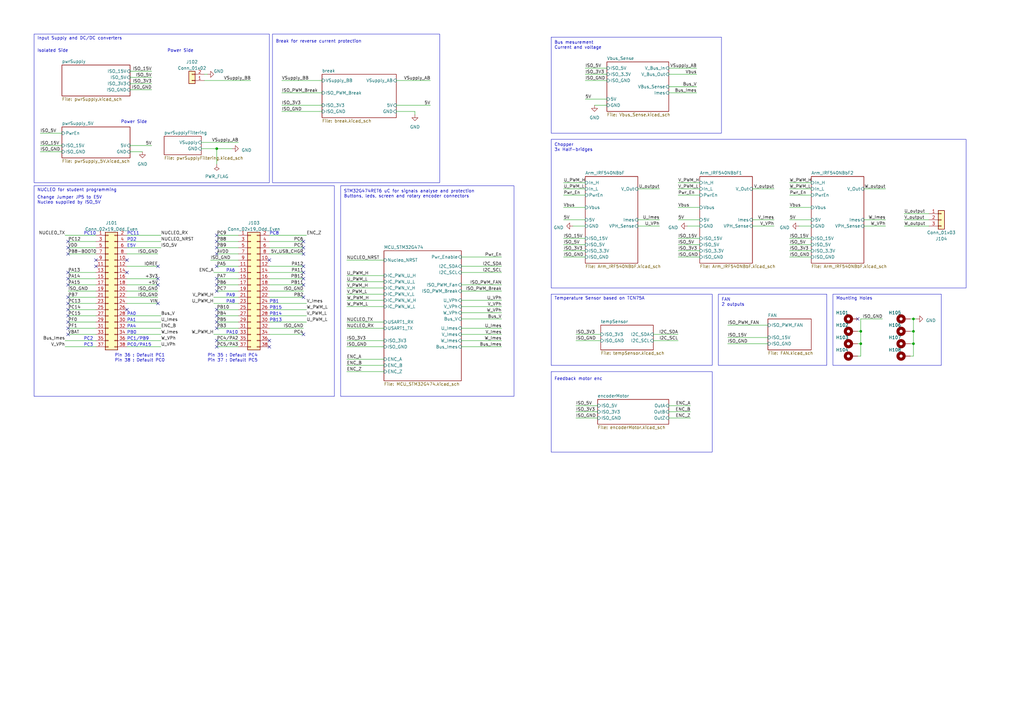
<source format=kicad_sch>
(kicad_sch (version 20230121) (generator eeschema)
  (paper "A3")
  (title_block (title "AAP Inverter") (date "2023-05-01") (company "ENSEA"))
  (lib_symbols
    (symbol "Connector_Generic:Conn_01x02" (pin_names (offset 1.016) hide)
      (property "Reference" "J" (at 0 2.54 0))
      (property "Value" "Conn_01x02" (at 0 -5.08 0))
      (symbol "Conn_01x02_1_1"
        (rectangle (start -1.27 -2.413) (end 0 -2.667) (stroke (width 0.1524)))
        (rectangle (start -1.27 0.127) (end 0 -0.127) (stroke (width 0.1524)))
        (rectangle (start -1.27 1.27) (end 1.27 -3.81) (stroke (width 0.254)) (fill (type background)))
        (pin passive line (at -5.08 0 0) (length 3.81) (name "Pin_1") (number "1"))
        (pin passive line (at -5.08 -2.54 0) (length 3.81) (name "Pin_2") (number "2"))
      )
    )
    (symbol "Connector_Generic:Conn_01x03" (pin_names (offset 1.016) hide)
      (property "Reference" "J" (at 0 5.08 0))
      (property "Value" "Conn_01x03" (at 0 -5.08 0))
      (symbol "Conn_01x03_1_1"
        (rectangle (start -1.27 -2.413) (end 0 -2.667) (stroke (width 0.1524)))
        (rectangle (start -1.27 0.127) (end 0 -0.127) (stroke (width 0.1524)))
        (rectangle (start -1.27 2.667) (end 0 2.413) (stroke (width 0.1524)))
        (rectangle (start -1.27 3.81) (end 1.27 -3.81) (stroke (width 0.254)) (fill (type background)))
        (pin passive line (at -5.08 2.54 0) (length 3.81) (name "Pin_1") (number "1"))
        (pin passive line (at -5.08 0 0) (length 3.81) (name "Pin_2") (number "2"))
        (pin passive line (at -5.08 -2.54 0) (length 3.81) (name "Pin_3") (number "3"))
      )
    )
    (symbol "Connector_Generic:Conn_02x19_Odd_Even" (pin_names (offset 1.016) hide)
      (property "Reference" "J" (at 1.27 25.4 0))
      (property "Value" "Conn_02x19_Odd_Even" (at 1.27 -25.4 0))
      (symbol "Conn_02x19_Odd_Even_1_1"
        (rectangle (start -1.27 -22.733) (end 0 -22.987) (stroke (width 0.1524)))
        (rectangle (start -1.27 -20.193) (end 0 -20.447) (stroke (width 0.1524)))
        (rectangle (start -1.27 -17.653) (end 0 -17.907) (stroke (width 0.1524)))
        (rectangle (start -1.27 -15.113) (end 0 -15.367) (stroke (width 0.1524)))
        (rectangle (start -1.27 -12.573) (end 0 -12.827) (stroke (width 0.1524)))
        (rectangle (start -1.27 -10.033) (end 0 -10.287) (stroke (width 0.1524)))
        (rectangle (start -1.27 -7.493) (end 0 -7.747) (stroke (width 0.1524)))
        (rectangle (start -1.27 -4.953) (end 0 -5.207) (stroke (width 0.1524)))
        (rectangle (start -1.27 -2.413) (end 0 -2.667) (stroke (width 0.1524)))
        (rectangle (start -1.27 0.127) (end 0 -0.127) (stroke (width 0.1524)))
        (rectangle (start -1.27 2.667) (end 0 2.413) (stroke (width 0.1524)))
        (rectangle (start -1.27 5.207) (end 0 4.953) (stroke (width 0.1524)))
        (rectangle (start -1.27 7.747) (end 0 7.493) (stroke (width 0.1524)))
        (rectangle (start -1.27 10.287) (end 0 10.033) (stroke (width 0.1524)))
        (rectangle (start -1.27 12.827) (end 0 12.573) (stroke (width 0.1524)))
        (rectangle (start -1.27 15.367) (end 0 15.113) (stroke (width 0.1524)))
        (rectangle (start -1.27 17.907) (end 0 17.653) (stroke (width 0.1524)))
        (rectangle (start -1.27 20.447) (end 0 20.193) (stroke (width 0.1524)))
        (rectangle (start -1.27 22.987) (end 0 22.733) (stroke (width 0.1524)))
        (rectangle (start -1.27 24.13) (end 3.81 -24.13) (stroke (width 0.254)) (fill (type background)))
        (rectangle (start 3.81 -22.733) (end 2.54 -22.987) (stroke (width 0.1524)))
        (rectangle (start 3.81 -20.193) (end 2.54 -20.447) (stroke (width 0.1524)))
        (rectangle (start 3.81 -17.653) (end 2.54 -17.907) (stroke (width 0.1524)))
        (rectangle (start 3.81 -15.113) (end 2.54 -15.367) (stroke (width 0.1524)))
        (rectangle (start 3.81 -12.573) (end 2.54 -12.827) (stroke (width 0.1524)))
        (rectangle (start 3.81 -10.033) (end 2.54 -10.287) (stroke (width 0.1524)))
        (rectangle (start 3.81 -7.493) (end 2.54 -7.747) (stroke (width 0.1524)))
        (rectangle (start 3.81 -4.953) (end 2.54 -5.207) (stroke (width 0.1524)))
        (rectangle (start 3.81 -2.413) (end 2.54 -2.667) (stroke (width 0.1524)))
        (rectangle (start 3.81 0.127) (end 2.54 -0.127) (stroke (width 0.1524)))
        (rectangle (start 3.81 2.667) (end 2.54 2.413) (stroke (width 0.1524)))
        (rectangle (start 3.81 5.207) (end 2.54 4.953) (stroke (width 0.1524)))
        (rectangle (start 3.81 7.747) (end 2.54 7.493) (stroke (width 0.1524)))
        (rectangle (start 3.81 10.287) (end 2.54 10.033) (stroke (width 0.1524)))
        (rectangle (start 3.81 12.827) (end 2.54 12.573) (stroke (width 0.1524)))
        (rectangle (start 3.81 15.367) (end 2.54 15.113) (stroke (width 0.1524)))
        (rectangle (start 3.81 17.907) (end 2.54 17.653) (stroke (width 0.1524)))
        (rectangle (start 3.81 20.447) (end 2.54 20.193) (stroke (width 0.1524)))
        (rectangle (start 3.81 22.987) (end 2.54 22.733) (stroke (width 0.1524)))
        (pin passive line (at -5.08 22.86 0) (length 3.81) (name "Pin_1") (number "1"))
        (pin passive line (at 7.62 12.7 180) (length 3.81) (name "Pin_10") (number "10"))
        (pin passive line (at -5.08 10.16 0) (length 3.81) (name "Pin_11") (number "11"))
        (pin passive line (at 7.62 10.16 180) (length 3.81) (name "Pin_12") (number "12"))
        (pin passive line (at -5.08 7.62 0) (length 3.81) (name "Pin_13") (number "13"))
        (pin passive line (at 7.62 7.62 180) (length 3.81) (name "Pin_14") (number "14"))
        (pin passive line (at -5.08 5.08 0) (length 3.81) (name "Pin_15") (number "15"))
        (pin passive line (at 7.62 5.08 180) (length 3.81) (name "Pin_16") (number "16"))
        (pin passive line (at -5.08 2.54 0) (length 3.81) (name "Pin_17") (number "17"))
        (pin passive line (at 7.62 2.54 180) (length 3.81) (name "Pin_18") (number "18"))
        (pin passive line (at -5.08 0 0) (length 3.81) (name "Pin_19") (number "19"))
        (pin passive line (at 7.62 22.86 180) (length 3.81) (name "Pin_2") (number "2"))
        (pin passive line (at 7.62 0 180) (length 3.81) (name "Pin_20") (number "20"))
        (pin passive line (at -5.08 -2.54 0) (length 3.81) (name "Pin_21") (number "21"))
        (pin passive line (at 7.62 -2.54 180) (length 3.81) (name "Pin_22") (number "22"))
        (pin passive line (at -5.08 -5.08 0) (length 3.81) (name "Pin_23") (number "23"))
        (pin passive line (at 7.62 -5.08 180) (length 3.81) (name "Pin_24") (number "24"))
        (pin passive line (at -5.08 -7.62 0) (length 3.81) (name "Pin_25") (number "25"))
        (pin passive line (at 7.62 -7.62 180) (length 3.81) (name "Pin_26") (number "26"))
        (pin passive line (at -5.08 -10.16 0) (length 3.81) (name "Pin_27") (number "27"))
        (pin passive line (at 7.62 -10.16 180) (length 3.81) (name "Pin_28") (number "28"))
        (pin passive line (at -5.08 -12.7 0) (length 3.81) (name "Pin_29") (number "29"))
        (pin passive line (at -5.08 20.32 0) (length 3.81) (name "Pin_3") (number "3"))
        (pin passive line (at 7.62 -12.7 180) (length 3.81) (name "Pin_30") (number "30"))
        (pin passive line (at -5.08 -15.24 0) (length 3.81) (name "Pin_31") (number "31"))
        (pin passive line (at 7.62 -15.24 180) (length 3.81) (name "Pin_32") (number "32"))
        (pin passive line (at -5.08 -17.78 0) (length 3.81) (name "Pin_33") (number "33"))
        (pin passive line (at 7.62 -17.78 180) (length 3.81) (name "Pin_34") (number "34"))
        (pin passive line (at -5.08 -20.32 0) (length 3.81) (name "Pin_35") (number "35"))
        (pin passive line (at 7.62 -20.32 180) (length 3.81) (name "Pin_36") (number "36"))
        (pin passive line (at -5.08 -22.86 0) (length 3.81) (name "Pin_37") (number "37"))
        (pin passive line (at 7.62 -22.86 180) (length 3.81) (name "Pin_38") (number "38"))
        (pin passive line (at 7.62 20.32 180) (length 3.81) (name "Pin_4") (number "4"))
        (pin passive line (at -5.08 17.78 0) (length 3.81) (name "Pin_5") (number "5"))
        (pin passive line (at 7.62 17.78 180) (length 3.81) (name "Pin_6") (number "6"))
        (pin passive line (at -5.08 15.24 0) (length 3.81) (name "Pin_7") (number "7"))
        (pin passive line (at 7.62 15.24 180) (length 3.81) (name "Pin_8") (number "8"))
        (pin passive line (at -5.08 12.7 0) (length 3.81) (name "Pin_9") (number "9"))
      )
    )
    (symbol "Mechanical:MountingHole_Pad" (pin_numbers hide) (pin_names (offset 1.016) hide)
      (property "Reference" "H" (at 0 6.35 0))
      (property "Value" "MountingHole_Pad" (at 0 4.445 0))
      (symbol "MountingHole_Pad_0_1"
        (circle (center 0 1.27) (radius 1.27) (stroke (width 1.27)))
      )
      (symbol "MountingHole_Pad_1_1"
        (pin input line (at 0 -2.54 90) (length 2.54) (name "1") (number "1"))
      )
    )
    (symbol "power:GND" (power) (pin_names (offset 0))
      (property "Value" "GND" (at 0 -3.81 0))
      (symbol "GND_0_1"
        (polyline (pts (xy 0 0) (xy 0 -1.27) (xy 1.27 -1.27) (xy 0 -2.54) (xy -1.27 -1.27) (xy 0 -1.27)))
      )
      (symbol "GND_1_1"
        (pin power_in line (at 0 0 270) (length 0) hide (name "GND") (number "1"))
      )
    )
    (symbol "power:PWR_FLAG" (power) (pin_numbers hide) (pin_names (offset 0) hide)
      (property "Value" "PWR_FLAG" (at 0 3.81 0))
      (symbol "PWR_FLAG_0_0"
        (pin power_out line (at 0 0 90) (length 0) (name "pwr") (number "1"))
      )
      (symbol "PWR_FLAG_0_1"
        (polyline (pts (xy 0 0) (xy 0 1.27) (xy -1.016 1.905) (xy 0 2.54) (xy 1.016 1.905) (xy 0 1.27)))
      )
    )
  )
  (junction (at 374.65 135.89))
  (junction (at 353.06 140.97))
  (junction (at 353.06 135.89))
  (junction (at 374.65 130.81))
  (junction (at 88.9 60.96))
  (junction (at 374.65 140.97))
  (no_connect (at 27.94 104.14))
  (no_connect (at 52.07 127))
  (no_connect (at 124.46 99.06))
  (no_connect (at 124.46 114.3))
  (no_connect (at 88.9 134.62))
  (no_connect (at 351.79 130.81))
  (no_connect (at 88.9 96.52))
  (no_connect (at 88.9 132.08))
  (no_connect (at 110.49 142.24))
  (no_connect (at 88.9 129.54))
  (no_connect (at 124.46 109.22))
  (no_connect (at 64.77 124.46))
  (no_connect (at 39.37 106.68))
  (no_connect (at 64.77 109.22))
  (no_connect (at 124.46 101.6))
  (no_connect (at 124.46 121.92))
  (no_connect (at 88.9 104.14))
  (no_connect (at 52.07 111.76))
  (no_connect (at 39.37 109.22))
  (no_connect (at 27.94 124.46))
  (no_connect (at 124.46 116.84))
  (no_connect (at 64.77 114.3))
  (no_connect (at 124.46 111.76))
  (no_connect (at 88.9 139.7))
  (no_connect (at 88.9 114.3))
  (no_connect (at 27.94 132.08))
  (no_connect (at 27.94 99.06))
  (no_connect (at 27.94 101.6))
  (no_connect (at 110.49 106.68))
  (no_connect (at 88.9 99.06))
  (no_connect (at 88.9 101.6))
  (no_connect (at 27.94 134.62))
  (no_connect (at 27.94 137.16))
  (no_connect (at 27.94 127))
  (no_connect (at 27.94 129.54))
  (no_connect (at 88.9 116.84))
  (no_connect (at 88.9 127))
  (no_connect (at 124.46 104.14))
  (no_connect (at 88.9 109.22))
  (no_connect (at 52.07 106.68))
  (no_connect (at 110.49 139.7))
  (no_connect (at 27.94 116.84))
  (no_connect (at 64.77 116.84))
  (no_connect (at 27.94 114.3))
  (no_connect (at 88.9 142.24))
  (no_connect (at 124.46 137.16))
  (no_connect (at 27.94 121.92))
  (no_connect (at 88.9 119.38))
  (no_connect (at 27.94 111.76))
  (wire (pts (xy 110.49 104.14) (xy 124.46 104.14)))
  (wire (pts (xy 236.22 139.7) (xy 246.38 139.7)))
  (wire (pts (xy 88.9 134.62) (xy 97.79 134.62)))
  (wire (pts (xy 110.49 119.38) (xy 124.46 119.38)))
  (wire (pts (xy 110.49 124.46) (xy 125.73 124.46)))
  (wire (pts (xy 267.97 137.16) (xy 278.13 137.16)))
  (wire (pts (xy 278.13 105.41) (xy 287.02 105.41)))
  (wire (pts (xy 110.49 121.92) (xy 124.46 121.92)))
  (wire (pts (xy 52.07 121.92) (xy 64.77 121.92)))
  (wire (pts (xy 298.45 138.43) (xy 314.96 138.43)))
  (wire (pts (xy 83.82 33.02) (xy 102.87 33.02)))
  (wire (pts (xy 189.23 119.38) (xy 205.74 119.38)))
  (wire (pts (xy 189.23 105.41) (xy 205.74 105.41)))
  (wire (pts (xy 87.63 124.46) (xy 97.79 124.46)))
  (wire (pts (xy 278.13 100.33) (xy 287.02 100.33)))
  (wire (pts (xy 39.37 129.54) (xy 27.94 129.54)))
  (wire (pts (xy 39.37 127) (xy 27.94 127)))
  (wire (pts (xy 189.23 116.84) (xy 205.74 116.84)))
  (wire (pts (xy 298.45 140.97) (xy 314.96 140.97)))
  (wire (pts (xy 110.49 101.6) (xy 124.46 101.6)))
  (wire (pts (xy 231.14 105.41) (xy 240.03 105.41)))
  (wire (pts (xy 278.13 74.93) (xy 287.02 74.93)))
  (wire (pts (xy 110.49 132.08) (xy 125.73 132.08)))
  (wire (pts (xy 351.79 140.97) (xy 353.06 140.97)))
  (wire (pts (xy 52.07 137.16) (xy 66.04 137.16)))
  (wire (pts (xy 142.24 132.08) (xy 157.48 132.08)))
  (wire (pts (xy 236.22 137.16) (xy 246.38 137.16)))
  (wire (pts (xy 323.85 102.87) (xy 332.74 102.87)))
  (wire (pts (xy 142.24 152.4) (xy 157.48 152.4)))
  (wire (pts (xy 351.79 135.89) (xy 353.06 135.89)))
  (wire (pts (xy 52.07 116.84) (xy 64.77 116.84)))
  (wire (pts (xy 248.92 33.02) (xy 240.03 33.02)))
  (wire (pts (xy 374.65 130.81) (xy 374.65 135.89)))
  (wire (pts (xy 231.14 100.33) (xy 240.03 100.33)))
  (wire (pts (xy 88.9 119.38) (xy 97.79 119.38)))
  (wire (pts (xy 248.92 27.94) (xy 240.03 27.94)))
  (wire (pts (xy 88.9 104.14) (xy 97.79 104.14)))
  (wire (pts (xy 82.55 58.42) (xy 97.79 58.42)))
  (wire (pts (xy 248.92 43.18) (xy 243.84 43.18)))
  (wire (pts (xy 39.37 99.06) (xy 27.94 99.06)))
  (wire (pts (xy 236.22 166.37) (xy 245.11 166.37)))
  (wire (pts (xy 236.22 168.91) (xy 245.11 168.91)))
  (wire (pts (xy 88.9 116.84) (xy 97.79 116.84)))
  (wire (pts (xy 374.65 130.81) (xy 375.92 130.81)))
  (wire (pts (xy 278.13 90.17) (xy 287.02 90.17)))
  (wire (pts (xy 370.84 90.17) (xy 381 90.17)))
  (wire (pts (xy 176.53 33.02) (xy 162.56 33.02)))
  (wire (pts (xy 240.03 30.48) (xy 248.92 30.48)))
  (wire (pts (xy 231.14 85.09) (xy 240.03 85.09)))
  (wire (pts (xy 142.24 113.03) (xy 157.48 113.03)))
  (wire (pts (xy 308.61 77.47) (xy 317.5 77.47)))
  (wire (pts (xy 278.13 102.87) (xy 287.02 102.87)))
  (wire (pts (xy 274.32 171.45) (xy 283.21 171.45)))
  (wire (pts (xy 323.85 100.33) (xy 332.74 100.33)))
  (wire (pts (xy 52.07 114.3) (xy 64.77 114.3)))
  (wire (pts (xy 248.92 40.64) (xy 240.03 40.64)))
  (wire (pts (xy 142.24 147.32) (xy 157.48 147.32)))
  (wire (pts (xy 26.67 139.7) (xy 39.37 139.7)))
  (wire (pts (xy 189.23 130.81) (xy 205.74 130.81)))
  (wire (pts (xy 110.49 116.84) (xy 124.46 116.84)))
  (wire (pts (xy 261.62 77.47) (xy 270.51 77.47)))
  (wire (pts (xy 373.38 130.81) (xy 374.65 130.81)))
  (wire (pts (xy 52.07 99.06) (xy 66.04 99.06)))
  (wire (pts (xy 115.57 43.18) (xy 132.08 43.18)))
  (wire (pts (xy 274.32 166.37) (xy 283.21 166.37)))
  (wire (pts (xy 110.49 109.22) (xy 124.46 109.22)))
  (wire (pts (xy 274.32 30.48) (xy 285.75 30.48)))
  (wire (pts (xy 308.61 90.17) (xy 317.5 90.17)))
  (wire (pts (xy 88.9 132.08) (xy 97.79 132.08)))
  (wire (pts (xy 27.94 114.3) (xy 39.37 114.3)))
  (wire (pts (xy 323.85 85.09) (xy 332.74 85.09)))
  (wire (pts (xy 142.24 125.73) (xy 157.48 125.73)))
  (wire (pts (xy 86.36 106.68) (xy 97.79 106.68)))
  (wire (pts (xy 16.51 62.23) (xy 25.4 62.23)))
  (wire (pts (xy 88.9 129.54) (xy 97.79 129.54)))
  (wire (pts (xy 110.49 134.62) (xy 124.46 134.62)))
  (wire (pts (xy 323.85 74.93) (xy 332.74 74.93)))
  (wire (pts (xy 52.07 104.14) (xy 64.77 104.14)))
  (wire (pts (xy 323.85 77.47) (xy 332.74 77.47)))
  (wire (pts (xy 110.49 114.3) (xy 124.46 114.3)))
  (wire (pts (xy 274.32 38.1) (xy 285.75 38.1)))
  (wire (pts (xy 142.24 123.19) (xy 157.48 123.19)))
  (wire (pts (xy 236.22 171.45) (xy 245.11 171.45)))
  (wire (pts (xy 274.32 27.94) (xy 285.75 27.94)))
  (wire (pts (xy 323.85 80.01) (xy 332.74 80.01)))
  (wire (pts (xy 231.14 74.93) (xy 240.03 74.93)))
  (wire (pts (xy 354.33 77.47) (xy 363.22 77.47)))
  (wire (pts (xy 189.23 137.16) (xy 205.74 137.16)))
  (wire (pts (xy 231.14 90.17) (xy 240.03 90.17)))
  (wire (pts (xy 373.38 135.89) (xy 374.65 135.89)))
  (wire (pts (xy 234.95 92.71) (xy 240.03 92.71)))
  (wire (pts (xy 52.07 134.62) (xy 66.04 134.62)))
  (wire (pts (xy 353.06 130.81) (xy 361.95 130.81)))
  (wire (pts (xy 39.37 116.84) (xy 27.94 116.84)))
  (wire (pts (xy 323.85 97.79) (xy 332.74 97.79)))
  (wire (pts (xy 231.14 77.47) (xy 240.03 77.47)))
  (wire (pts (xy 170.18 45.72) (xy 170.18 46.99)))
  (wire (pts (xy 39.37 101.6) (xy 27.94 101.6)))
  (wire (pts (xy 88.9 60.96) (xy 95.25 60.96)))
  (wire (pts (xy 370.84 92.71) (xy 381 92.71)))
  (wire (pts (xy 87.63 111.76) (xy 97.79 111.76)))
  (wire (pts (xy 189.23 109.22) (xy 205.74 109.22)))
  (wire (pts (xy 261.62 90.17) (xy 270.51 90.17)))
  (wire (pts (xy 274.32 168.91) (xy 283.21 168.91)))
  (wire (pts (xy 308.61 92.71) (xy 317.5 92.71)))
  (wire (pts (xy 88.9 127) (xy 97.79 127)))
  (wire (pts (xy 278.13 85.09) (xy 287.02 85.09)))
  (wire (pts (xy 162.56 45.72) (xy 170.18 45.72)))
  (wire (pts (xy 88.9 142.24) (xy 97.79 142.24)))
  (wire (pts (xy 110.49 99.06) (xy 124.46 99.06)))
  (wire (pts (xy 323.85 105.41) (xy 332.74 105.41)))
  (wire (pts (xy 278.13 80.01) (xy 287.02 80.01)))
  (wire (pts (xy 323.85 90.17) (xy 332.74 90.17)))
  (wire (pts (xy 189.23 134.62) (xy 205.74 134.62)))
  (wire (pts (xy 162.56 43.18) (xy 176.53 43.18)))
  (wire (pts (xy 52.07 132.08) (xy 66.04 132.08)))
  (wire (pts (xy 87.63 137.16) (xy 97.79 137.16)))
  (wire (pts (xy 261.62 92.71) (xy 270.51 92.71)))
  (wire (pts (xy 189.23 123.19) (xy 205.74 123.19)))
  (wire (pts (xy 189.23 125.73) (xy 205.74 125.73)))
  (wire (pts (xy 52.07 142.24) (xy 66.04 142.24)))
  (wire (pts (xy 267.97 139.7) (xy 278.13 139.7)))
  (wire (pts (xy 39.37 119.38) (xy 27.94 119.38)))
  (wire (pts (xy 88.9 96.52) (xy 97.79 96.52)))
  (wire (pts (xy 110.49 127) (xy 125.73 127)))
  (wire (pts (xy 373.38 146.05) (xy 374.65 146.05)))
  (wire (pts (xy 142.24 134.62) (xy 157.48 134.62)))
  (wire (pts (xy 353.06 130.81) (xy 353.06 135.89)))
  (wire (pts (xy 26.67 142.24) (xy 39.37 142.24)))
  (wire (pts (xy 53.34 62.23) (xy 58.42 62.23)))
  (wire (pts (xy 374.65 140.97) (xy 374.65 146.05)))
  (wire (pts (xy 189.23 142.24) (xy 205.74 142.24)))
  (wire (pts (xy 278.13 77.47) (xy 287.02 77.47)))
  (wire (pts (xy 354.33 90.17) (xy 363.22 90.17)))
  (wire (pts (xy 39.37 132.08) (xy 27.94 132.08)))
  (wire (pts (xy 142.24 106.68) (xy 157.48 106.68)))
  (wire (pts (xy 88.9 67.31) (xy 88.9 60.96)))
  (wire (pts (xy 189.23 128.27) (xy 205.74 128.27)))
  (wire (pts (xy 281.94 92.71) (xy 287.02 92.71)))
  (wire (pts (xy 16.51 59.69) (xy 25.4 59.69)))
  (wire (pts (xy 52.07 129.54) (xy 66.04 129.54)))
  (wire (pts (xy 110.49 129.54) (xy 125.73 129.54)))
  (wire (pts (xy 142.24 149.86) (xy 157.48 149.86)))
  (wire (pts (xy 52.07 101.6) (xy 66.04 101.6)))
  (wire (pts (xy 373.38 140.97) (xy 374.65 140.97)))
  (wire (pts (xy 39.37 111.76) (xy 27.94 111.76)))
  (wire (pts (xy 274.32 35.56) (xy 285.75 35.56)))
  (wire (pts (xy 39.37 121.92) (xy 27.94 121.92)))
  (wire (pts (xy 115.57 38.1) (xy 132.08 38.1)))
  (wire (pts (xy 189.23 111.76) (xy 205.74 111.76)))
  (wire (pts (xy 231.14 80.01) (xy 240.03 80.01)))
  (wire (pts (xy 88.9 101.6) (xy 97.79 101.6)))
  (wire (pts (xy 52.07 119.38) (xy 64.77 119.38)))
  (wire (pts (xy 142.24 115.57) (xy 157.48 115.57)))
  (wire (pts (xy 52.07 109.22) (xy 64.77 109.22)))
  (wire (pts (xy 115.57 33.02) (xy 132.08 33.02)))
  (wire (pts (xy 110.49 96.52) (xy 125.73 96.52)))
  (wire (pts (xy 298.45 133.35) (xy 314.96 133.35)))
  (wire (pts (xy 231.14 102.87) (xy 240.03 102.87)))
  (wire (pts (xy 142.24 139.7) (xy 157.48 139.7)))
  (wire (pts (xy 88.9 109.22) (xy 97.79 109.22)))
  (wire (pts (xy 39.37 124.46) (xy 27.94 124.46)))
  (wire (pts (xy 53.34 34.29) (xy 62.23 34.29)))
  (wire (pts (xy 27.94 104.14) (xy 39.37 104.14)))
  (wire (pts (xy 39.37 137.16) (xy 27.94 137.16)))
  (wire (pts (xy 53.34 36.83) (xy 62.23 36.83)))
  (wire (pts (xy 16.51 54.61) (xy 25.4 54.61)))
  (wire (pts (xy 370.84 87.63) (xy 381 87.63)))
  (wire (pts (xy 142.24 142.24) (xy 157.48 142.24)))
  (wire (pts (xy 26.67 96.52) (xy 39.37 96.52)))
  (wire (pts (xy 231.14 97.79) (xy 240.03 97.79)))
  (wire (pts (xy 53.34 59.69) (xy 62.23 59.69)))
  (wire (pts (xy 142.24 118.11) (xy 157.48 118.11)))
  (wire (pts (xy 52.07 124.46) (xy 64.77 124.46)))
  (wire (pts (xy 88.9 114.3) (xy 97.79 114.3)))
  (wire (pts (xy 87.63 121.92) (xy 97.79 121.92)))
  (wire (pts (xy 115.57 45.72) (xy 132.08 45.72)))
  (wire (pts (xy 110.49 137.16) (xy 124.46 137.16)))
  (wire (pts (xy 278.13 97.79) (xy 287.02 97.79)))
  (wire (pts (xy 52.07 139.7) (xy 66.04 139.7)))
  (wire (pts (xy 353.06 140.97) (xy 353.06 146.05)))
  (wire (pts (xy 110.49 111.76) (xy 124.46 111.76)))
  (wire (pts (xy 88.9 139.7) (xy 97.79 139.7)))
  (wire (pts (xy 374.65 135.89) (xy 374.65 140.97)))
  (wire (pts (xy 39.37 134.62) (xy 27.94 134.62)))
  (wire (pts (xy 53.34 29.21) (xy 62.23 29.21)))
  (wire (pts (xy 351.79 146.05) (xy 353.06 146.05)))
  (wire (pts (xy 353.06 135.89) (xy 353.06 140.97)))
  (wire (pts (xy 88.9 99.06) (xy 97.79 99.06)))
  (wire (pts (xy 189.23 139.7) (xy 205.74 139.7)))
  (wire (pts (xy 327.66 92.71) (xy 332.74 92.71)))
  (wire (pts (xy 53.34 31.75) (xy 62.23 31.75)))
  (wire (pts (xy 354.33 92.71) (xy 363.22 92.71)))
  (wire (pts (xy 142.24 120.65) (xy 157.48 120.65)))
  (wire (pts (xy 83.82 30.48) (xy 85.09 30.48)))
  (wire (pts (xy 52.07 96.52) (xy 66.04 96.52)))
  (wire (pts (xy 82.55 60.96) (xy 88.9 60.96)))
  (rectangle (start 226.06 57.15) (end 396.24 118.11))
  (rectangle (start 13.97 13.97) (end 110.49 74.93))
  (rectangle (start 226.06 15.24) (end 295.91 54.61))
  (rectangle (start 139.7 76.2) (end 210.82 162.56))
  (rectangle (start 341.63 120.65) (end 386.08 149.86))
  (rectangle (start 294.64 120.65) (end 339.09 149.86))
  (rectangle (start 13.97 76.2) (end 137.16 162.56))
  (rectangle (start 226.06 152.4) (end 292.1 185.42))
  (rectangle (start 226.06 120.65) (end 292.1 149.86))
  (rectangle (start 111.76 13.97) (end 180.34 74.93))
  (text "PB14" (at 110.49 129.54 0) (effects (font (size 1.27 1.27)) (justify left bottom)))
  (text "PC10" (at 34.29 96.52 0) (effects (font (size 1.27 1.27)) (justify left bottom)))
  (text "Input Supply and DC/DC converters" (at 15.24 16.51 0) (effects (font (size 1.27 1.27)) (justify left bottom)))
  (text "Temperature Sensor based on TCN75A" (at 227.33 123.19 0) (effects (font (size 1.27 1.27)) (justify left bottom)))
  (text "PC3" (at 34.29 142.24 0) (effects (font (size 1.27 1.27)) (justify left bottom)))
  (text "PA8" (at 92.71 124.46 0) (effects (font (size 1.27 1.27)) (justify left bottom)))
  (text "Mounting Holes" (at 342.9 123.19 0) (effects (font (size 1.27 1.27)) (justify left bottom)))
  (text "PA4" (at 52.07 134.62 0) (effects (font (size 1.27 1.27)) (justify left bottom)))
  (text "NUCLEO for student programming" (at 15.24 78.74 0) (effects (font (size 1.27 1.27)) (justify left bottom)))
  (text "Pin 35 : Default PC4\nPin 37 : Default PC5" (at 85.09 148.59 0) (effects (font (size 1.27 1.27)) (justify left bottom)))
  (text "PA10" (at 92.71 137.16 0) (effects (font (size 1.27 1.27)) (justify left bottom)))
  (text "STM32G474RET6 uC for signals analyse and protection\nButtons, leds, screen and rotary encoder connectors" (at 140.97 81.28 0) (effects (font (size 1.27 1.27)) (justify left bottom)))
  (text "Break for reverse current protection" (at 113.03 17.78 0) (effects (font (size 1.27 1.27)) (justify left bottom)))
  (text "PB13\n" (at 110.49 132.08 0) (effects (font (size 1.27 1.27)) (justify left bottom)))
  (text "Chopper \n3x Half-bridges" (at 227.33 62.23 0) (effects (font (size 1.27 1.27)) (justify left bottom)))
  (text "PA0" (at 52.07 129.54 0) (effects (font (size 1.27 1.27)) (justify left bottom)))
  (text "PC0/PA15" (at 52.07 142.24 0) (effects (font (size 1.27 1.27)) (justify left bottom)))
  (text "PD2" (at 52.07 99.06 0) (effects (font (size 1.27 1.27)) (justify left bottom)))
  (text "E5V" (at 52.07 101.6 0) (effects (font (size 1.27 1.27)) (justify left bottom)))
  (text "PB0" (at 52.07 137.16 0) (effects (font (size 1.27 1.27)) (justify left bottom)))
  (text "PA9" (at 92.71 121.92 0) (effects (font (size 1.27 1.27)) (justify left bottom)))
  (text "Power Side\n" (at 49.53 50.8 0) (effects (font (size 1.27 1.27)) (justify left bottom)))
  (text "Feedback motor enc" (at 227.33 156.21 0) (effects (font (size 1.27 1.27)) (justify left bottom)))
  (text "Isolated Side\n" (at 15.24 21.59 0) (effects (font (size 1.27 1.27)) (justify left bottom)))
  (text "PA6" (at 92.71 111.76 0) (effects (font (size 1.27 1.27)) (justify left bottom)))
  (text "Power Side\n" (at 68.58 21.59 0) (effects (font (size 1.27 1.27)) (justify left bottom)))
  (text "PC11" (at 52.07 96.52 0) (effects (font (size 1.27 1.27)) (justify left bottom)))
  (text "FAN \n2 outputs" (at 295.91 125.73 0) (effects (font (size 1.27 1.27)) (justify left bottom)))
  (text "PA1" (at 52.07 132.08 0) (effects (font (size 1.27 1.27)) (justify left bottom)))
  (text "Pin 36 : Default PC1\nPin 38 : Default PC0" (at 46.99 148.59 0) (effects (font (size 1.27 1.27)) (justify left bottom)))
  (text "PC1/PB9" (at 52.07 139.7 0) (effects (font (size 1.27 1.27)) (justify left bottom)))
  (text "PC8" (at 110.49 96.52 0) (effects (font (size 1.27 1.27)) (justify left bottom)))
  (text "PB1" (at 110.49 124.46 0) (effects (font (size 1.27 1.27)) (justify left bottom)))
  (text "PC2" (at 34.29 139.7 0) (effects (font (size 1.27 1.27)) (justify left bottom)))
  (text "Bus mesurement\nCurrent and voltage" (at 227.33 20.32 0) (effects (font (size 1.27 1.27)) (justify left bottom)))
  (text "PB15" (at 110.49 127 0) (effects (font (size 1.27 1.27)) (justify left bottom)))
  (text "Change Jumper JP5 to E5V\nNucleo supplied by ISO_5V" (at 15.24 83.82 0) (effects (font (size 1.27 1.27)) (justify left bottom)))
  (label "VDD" (at 27.94 101.6 0))
  (label "U_PWM_H" (at 231.14 74.93 0))
  (label "IOREF" (at 64.77 109.22 180))
  (label "PB11" (at 124.46 116.84 180))
  (label "ISO_GND" (at 236.22 139.7 0))
  (label "PC12" (at 27.94 99.06 0))
  (label "Pwr_En" (at 278.13 80.01 0))
  (label "V_PWM_L" (at 278.13 77.47 0))
  (label "PC4{slash}PA2" (at 88.9 139.7 0))
  (label "W_PWM_L" (at 125.73 127 0))
  (label "V_PWM_L" (at 142.24 120.65 0))
  (label "Vbus" (at 231.14 85.09 0))
  (label "W_PWM_H" (at 323.85 74.93 0))
  (label "ISO_3V3" (at 142.24 139.7 0))
  (label "ENC_A" (at 283.21 166.37 180))
  (label "VSupply_AB" (at 285.75 27.94 180))
  (label "PB9" (at 88.9 101.6 0))
  (label "PB12" (at 124.46 114.3 180))
  (label "ISO_GND" (at 298.45 140.97 0))
  (label "+5V" (at 64.77 116.84 180))
  (label "ISO_5V" (at 240.03 27.94 0))
  (label "V_PWM_H" (at 87.63 121.92 180))
  (label "Bus_V" (at 285.75 35.56 180))
  (label "ISO_3V3" (at 278.13 102.87 0))
  (label "W_VPh" (at 363.22 92.71 180))
  (label "ISO_GND" (at 236.22 171.45 0))
  (label "ISO_GND" (at 64.77 104.14 180))
  (label "Bus_V" (at 205.74 130.81 180))
  (label "PA12" (at 124.46 109.22 180))
  (label "ENC_B" (at 283.21 168.91 180))
  (label "W_PWM_H" (at 142.24 123.19 0))
  (label "W_Imes" (at 205.74 139.7 180))
  (label "W_output" (at 370.84 92.71 0))
  (label "ISO_15V" (at 62.23 29.21 180))
  (label "ISO_GND" (at 64.77 121.92 180))
  (label "PA15" (at 27.94 116.84 0))
  (label "PB3" (at 88.9 134.62 0))
  (label "W_Imes" (at 363.22 90.17 180))
  (label "U_VPh" (at 205.74 123.19 180))
  (label "ENC_Z" (at 125.73 96.52 0))
  (label "Vbus" (at 323.85 85.09 0))
  (label "VIN" (at 64.77 124.46 180))
  (label "5V_USB_CHGR" (at 124.46 104.14 180))
  (label "VSupply_AB" (at 97.79 58.42 180))
  (label "ISO_5V" (at 62.23 31.75 180))
  (label "U_output" (at 270.51 77.47 180))
  (label "NUCLEO_NRST" (at 142.24 106.68 0))
  (label "ISO_3V3" (at 240.03 30.48 0))
  (label "PC15" (at 27.94 129.54 0))
  (label "ENC_B" (at 142.24 149.86 0))
  (label "Pwr_En" (at 323.85 80.01 0))
  (label "ISO_GND" (at 240.03 33.02 0))
  (label "W_VPh" (at 66.04 139.7 0))
  (label "ISO_3V3" (at 231.14 102.87 0))
  (label "ISO_5V" (at 16.51 54.61 0))
  (label "AVDD" (at 88.9 104.14 0))
  (label "U_output" (at 370.84 87.63 0))
  (label "U_Imes" (at 205.74 134.62 180))
  (label "W_Imes" (at 66.04 137.16 0))
  (label "NUCLEO_TX" (at 26.67 96.52 180))
  (label "ISO_PWM_Break" (at 205.74 119.38 180))
  (label "PC5{slash}PA3" (at 88.9 142.24 0))
  (label "PB6" (at 88.9 116.84 0))
  (label "W_output" (at 363.22 77.47 180))
  (label "NUCLEO_NRST" (at 66.04 99.06 0))
  (label "PB2" (at 124.46 121.92 180))
  (label "ENC_Z" (at 283.21 171.45 180))
  (label "PC14" (at 27.94 127 0))
  (label "U_PWM_L" (at 125.73 132.08 0))
  (label "I2C_SCL" (at 278.13 139.7 180))
  (label "+3V3" (at 64.77 114.3 180))
  (label "5V" (at 323.85 90.17 0))
  (label "V_Imes" (at 205.74 137.16 180))
  (label "VSupply_BB" (at 102.87 33.02 180))
  (label "ISO_5V" (at 323.85 100.33 0))
  (label "ISO_15V" (at 323.85 97.79 0))
  (label "U_Imes" (at 270.51 90.17 180))
  (label "ISO_PWM_FAN" (at 298.45 133.35 0))
  (label "NUCLEO_RX" (at 142.24 134.62 0))
  (label "ISO_15V" (at 231.14 97.79 0))
  (label "ISO_GND" (at 231.14 105.41 0))
  (label "V_Imes" (at 125.73 124.46 0))
  (label "I2C_SDA" (at 205.74 109.22 180))
  (label "PF1" (at 27.94 134.62 0))
  (label "5V" (at 231.14 90.17 0))
  (label "V_Imes" (at 317.5 90.17 180))
  (label "PF0" (at 27.94 132.08 0))
  (label "V_output" (at 370.84 90.17 0))
  (label "PB5" (at 88.9 132.08 0))
  (label "U_VPh" (at 270.51 92.71 180))
  (label "ISO_5V" (at 278.13 100.33 0))
  (label "PC13" (at 27.94 124.46 0))
  (label "ISO_GND" (at 142.24 142.24 0))
  (label "ISO_GND" (at 62.23 36.83 180))
  (label "V_PWM_H" (at 142.24 118.11 0))
  (label "Pwr_En" (at 205.74 105.41 180))
  (label "ISO_GND" (at 27.94 119.38 0))
  (label "PA14" (at 27.94 114.3 0))
  (label "ISO_PWM_Break" (at 115.57 38.1 0))
  (label "NUCLEO_RX" (at 66.04 96.52 0))
  (label "PA11" (at 124.46 111.76 180))
  (label "V_VPh" (at 26.67 142.24 180))
  (label "ISO_3V3" (at 115.57 43.18 0))
  (label "Vbus" (at 285.75 30.48 180))
  (label "PB8-BOOT0" (at 27.94 104.14 0))
  (label "I2C_SDA" (at 278.13 137.16 180))
  (label "PC5" (at 124.46 101.6 180))
  (label "ISO_GND" (at 115.57 45.72 0))
  (label "ISO_3V3" (at 236.22 137.16 0))
  (label "PB4" (at 88.9 129.54 0))
  (label "PC7" (at 88.9 119.38 0))
  (label "ISO_GND" (at 16.51 62.23 0))
  (label "W_VPh" (at 205.74 128.27 180))
  (label "5V" (at 62.23 59.69 180))
  (label "U_PWM_L" (at 231.14 77.47 0))
  (label "ISO_GND" (at 64.77 119.38 180))
  (label "ISO_PWM_FAN" (at 205.74 116.84 180))
  (label "PC6" (at 124.46 99.06 180))
  (label "ENC_A" (at 87.63 111.76 180))
  (label "ENC_Z" (at 142.24 152.4 0))
  (label "W_PWM_L" (at 142.24 125.73 0))
  (label "VSupply_BB" (at 115.57 33.02 0))
  (label "U_Imes" (at 66.04 132.08 0))
  (label "VBAT" (at 27.94 137.16 0))
  (label "Bus_Imes" (at 285.75 38.1 180))
  (label "ISO_5V" (at 231.14 100.33 0))
  (label "ISO_GND" (at 86.36 106.68 0))
  (label "ISO_GND" (at 323.85 105.41 0))
  (label "5V" (at 278.13 90.17 0))
  (label "W_PWM_L" (at 323.85 77.47 0))
  (label "PB8" (at 88.9 99.06 0))
  (label "PC9" (at 88.9 96.52 0))
  (label "ENC_B" (at 66.04 134.62 0))
  (label "U_VPh" (at 66.04 142.24 0))
  (label "5V" (at 240.03 40.64 0))
  (label "V_PWM_L" (at 125.73 129.54 0))
  (label "ISO_3V3" (at 323.85 102.87 0))
  (label "ENC_A" (at 142.24 147.32 0))
  (label "Bus_Imes" (at 205.74 142.24 180))
  (label "NUCLEO_TX" (at 142.24 132.08 0))
  (label "U_PWM_H" (at 87.63 124.46 180))
  (label "PC4" (at 124.46 137.16 180))
  (label "ISO_15V" (at 298.45 138.43 0))
  (label "Bus_Imes" (at 26.67 139.7 180))
  (label "ISO_5V" (at 236.22 166.37 0))
  (label "Pwr_En" (at 231.14 80.01 0))
  (label "ISO_3V3" (at 236.22 168.91 0))
  (label "5V" (at 176.53 43.18 180))
  (label "U_PWM_H" (at 142.24 113.03 0))
  (label "ISO_GND" (at 278.13 105.41 0))
  (label "Vbus" (at 278.13 85.09 0))
  (label "PA5" (at 88.9 109.22 0))
  (label "I2C_SCL" (at 205.74 111.76 180))
  (label "V_output" (at 317.5 77.47 180))
  (label "V_VPh" (at 317.5 92.71 180))
  (label "PB7" (at 27.94 121.92 0))
  (label "PB10" (at 88.9 127 0))
  (label "V_VPh" (at 205.74 125.73 180))
  (label "ISO_GND" (at 124.46 134.62 180))
  (label "Bus_V" (at 66.04 129.54 0))
  (label "ISO_GND" (at 124.46 119.38 180))
  (label "ISO_5V" (at 66.04 101.6 0))
  (label "U_PWM_L" (at 142.24 115.57 0))
  (label "ISO_15V" (at 278.13 97.79 0))
  (label "W_PWM_H" (at 87.63 137.16 180))
  (label "PA7" (at 88.9 114.3 0))
  (label "V_PWM_H" (at 278.13 74.93 0))
  (label "PA13" (at 27.94 111.76 0))
  (label "VSupply_AB" (at 176.53 33.02 180))
  (label "ISO_15V" (at 16.51 59.69 0))
  (label "ISO_3V3" (at 62.23 34.29 180))
  (label "ISO_GND" (at 361.95 130.81 180))
  (symbol (lib_id "Connector_Generic:Conn_01x03") (at 386.08 90.17 0) (unit 1)
    (property "Reference" "J104" (at 386.08 97.9359 0))
    (property "Value" "Conn_01x03" (at 386.08 95.3959 0))
    (property "Footprint" "Custom:691311500103" (effects hide))
    (property "Datasheet" "https://www.we-online.com/components/products/datasheet/691311500103.pdf" (effects hide))
    (property "MFR" "691311700103" (effects hide))
  )
  (symbol (lib_id "power:GND") (at 234.95 92.71 270) (unit 1)
    (property "Reference" "#PWR0105" (effects hide))
    (property "Value" "GND" (at 231.14 93.345 90) (effects (justify right)))
  )
  (symbol (lib_id "power:GND") (at 170.18 46.99 0) (unit 1)
    (property "Reference" "#PWR0104" (effects hide))
    (property "Value" "GND" (at 170.18 52.07 0))
  )
  (symbol (lib_id "Mechanical:MountingHole_Pad") (at 370.84 135.89 90) (unit 1)
    (property "Reference" "H106" (at 367.03 133.35 90))
    (property "Value" "MountingHole_Pad" (effects hide))
    (property "Footprint" "MountingHole:MountingHole_3.2mm_M3_Pad_Via" (effects hide))
  )
  (symbol (lib_id "Mechanical:MountingHole_Pad") (at 370.84 146.05 90) (unit 1)
    (property "Reference" "H108" (at 367.03 143.51 90))
    (property "Value" "MountingHole_Pad" (effects hide))
    (property "Footprint" "MountingHole:MountingHole_3.2mm_M3_Pad_Via" (effects hide))
  )
  (symbol (lib_id "Connector_Generic:Conn_02x19_Odd_Even") (at 102.87 119.38 0) (unit 1)
    (property "Reference" "J103" (at 104.14 91.44 0))
    (property "Value" "Conn_02x19_Odd_Even" (at 104.14 93.98 0))
    (property "Footprint" "Connector_PinHeader_2.54mm:PinHeader_2x19_P2.54mm_Vertical" (effects hide))
  )
  (symbol (lib_id "power:GND") (at 243.84 43.18 0) (unit 1)
    (property "Reference" "#PWR0106" (effects hide))
    (property "Value" "GND" (at 243.84 48.26 0))
  )
  (symbol (lib_id "power:GND") (at 327.66 92.71 270) (unit 1)
    (property "Reference" "#PWR0108" (effects hide))
    (property "Value" "GND" (at 323.85 93.345 90) (effects (justify right)))
  )
  (symbol (lib_id "power:GND") (at 58.42 62.23 0) (unit 1)
    (property "Reference" "#PWR0101" (effects hide))
    (property "Value" "GND" (at 58.42 67.31 0))
  )
  (symbol (lib_id "power:PWR_FLAG") (at 88.9 67.31 180) (unit 1)
    (property "Reference" "#FLG0101" (effects hide))
    (property "Value" "PWR_FLAG" (at 88.9 72.39 0))
  )
  (symbol (lib_id "Mechanical:MountingHole_Pad") (at 349.25 146.05 90) (unit 1)
    (property "Reference" "H104" (at 345.44 143.51 90))
    (property "Value" "MountingHole_Pad" (effects hide))
    (property "Footprint" "MountingHole:MountingHole_3.2mm_M3_Pad_Via" (effects hide))
  )
  (symbol (lib_id "power:GND") (at 95.25 60.96 90) (unit 1)
    (property "Reference" "#PWR0103" (effects hide))
    (property "Value" "GND" (at 99.06 61.595 90) (effects (justify right)))
  )
  (symbol (lib_id "Mechanical:MountingHole_Pad") (at 349.25 130.81 90) (unit 1)
    (property "Reference" "H101" (at 345.44 128.27 90))
    (property "Value" "MountingHole_Pad" (effects hide))
    (property "Footprint" "MountingHole:MountingHole_3.2mm_M3_Pad_Via" (effects hide))
  )
  (symbol (lib_id "Connector_Generic:Conn_02x19_Odd_Even") (at 44.45 119.38 0) (unit 1)
    (property "Reference" "J101" (at 45.72 91.44 0))
    (property "Value" "Conn_02x19_Odd_Even" (at 45.72 93.98 0))
    (property "Footprint" "Connector_PinHeader_2.54mm:PinHeader_2x19_P2.54mm_Vertical" (effects hide))
  )
  (symbol (lib_id "power:GND") (at 85.09 30.48 90) (unit 1)
    (property "Reference" "#PWR0102" (effects hide))
    (property "Value" "GND" (at 87.63 29.21 90) (effects (justify right)))
  )
  (symbol (lib_id "Mechanical:MountingHole_Pad") (at 349.25 135.89 90) (unit 1)
    (property "Reference" "H102" (at 345.44 133.35 90))
    (property "Value" "MountingHole_Pad" (effects hide))
    (property "Footprint" "MountingHole:MountingHole_3.2mm_M3_Pad_Via" (effects hide))
  )
  (symbol (lib_id "power:GND") (at 375.92 130.81 90) (unit 1)
    (property "Reference" "#PWR0109" (effects hide))
    (property "Value" "GND" (at 379.73 131.445 90) (effects (justify right)))
  )
  (symbol (lib_id "Connector_Generic:Conn_01x02") (at 78.74 33.02 180) (unit 1)
    (property "Reference" "J102" (at 78.74 25.4 0))
    (property "Value" "Conn_01x02" (at 78.74 27.94 0))
    (property "Footprint" "Custom:691311500102" (effects hide))
    (property "Datasheet" "https://www.we-online.com/components/products/datasheet/691311500102.pdf" (effects hide))
    (property "MFR" "691311700102" (effects hide))
  )
  (symbol (lib_id "power:GND") (at 281.94 92.71 270) (unit 1)
    (property "Reference" "#PWR0107" (effects hide))
    (property "Value" "GND" (at 278.13 93.345 90) (effects (justify right)))
  )
  (symbol (lib_id "Mechanical:MountingHole_Pad") (at 370.84 130.81 90) (unit 1)
    (property "Reference" "H105" (at 367.03 128.27 90))
    (property "Value" "MountingHole_Pad" (effects hide))
    (property "Footprint" "MountingHole:MountingHole_3.2mm_M3_Pad_Via" (effects hide))
  )
  (symbol (lib_id "Mechanical:MountingHole_Pad") (at 370.84 140.97 90) (unit 1)
    (property "Reference" "H107" (at 367.03 138.43 90))
    (property "Value" "MountingHole_Pad" (effects hide))
    (property "Footprint" "MountingHole:MountingHole_3.2mm_M3_Pad_Via" (effects hide))
  )
  (symbol (lib_id "Mechanical:MountingHole_Pad") (at 349.25 140.97 90) (unit 1)
    (property "Reference" "H103" (at 345.44 138.43 90))
    (property "Value" "MountingHole_Pad" (effects hide))
    (property "Footprint" "MountingHole:MountingHole_3.2mm_M3_Pad_Via" (effects hide))
  )
  (sheet (at 25.4 26.67) (size 27.94 12.7) (stroke (width 0.1524))
    (property "Sheetname" "pwrSupply" (at 25.4 25.9584 0) (effects (justify left bottom)))
    (property "Sheetfile" "pwrSupply.kicad_sch" (at 25.4 39.9546 0) (effects (justify left top)))
    (pin "ISO_5V" input (at 53.34 31.75 0))
    (pin "ISO_GND" input (at 53.34 36.83 0))
    (pin "ISO_15V" input (at 53.34 29.21 0))
    (pin "ISO_3V3" input (at 53.34 34.29 0))
  )
  (sheet (at 314.96 130.81) (size 17.78 12.7) (stroke (width 0.1524))
    (property "Sheetname" "FAN" (at 314.96 130.0984 0) (effects (justify left bottom)))
    (property "Sheetfile" "FAN.kicad_sch" (at 314.96 144.0946 0) (effects (justify left top)))
    (pin "ISO_PWM_FAN" input (at 314.96 133.35 180))
    (pin "ISO_15V" input (at 314.96 138.43 180))
    (pin "ISO_GND" input (at 314.96 140.97 180))
  )
  (sheet (at 67.31 55.88) (size 15.24 7.62) (stroke (width 0.1524))
    (property "Sheetname" "pwrSupplyFiltering" (at 67.31 55.1684 0) (effects (justify left bottom)))
    (property "Sheetfile" "pwrSupplyFiltering.kicad_sch" (at 67.31 64.0846 0) (effects (justify left top)))
    (pin "GND" input (at 82.55 60.96 0))
    (pin "VSupply" input (at 82.55 58.42 0))
  )
  (sheet (at 25.4 52.07) (size 27.94 12.7) (stroke (width 0.1524))
    (property "Sheetname" "pwrSupply_5V" (at 25.4 51.3584 0) (effects (justify left bottom)))
    (property "Sheetfile" "pwrSupply_5V.kicad_sch" (at 25.4 65.3546 0) (effects (justify left top)))
    (pin "ISO_15V" input (at 25.4 59.69 180))
    (pin "PwrEn" input (at 25.4 54.61 180))
    (pin "ISO_GND" input (at 25.4 62.23 180))
    (pin "5V" input (at 53.34 59.69 0))
    (pin "GND" input (at 53.34 62.23 0))
  )
  (sheet (at 132.08 30.48) (size 30.48 17.78) (stroke (width 0.1524))
    (property "Sheetname" "break" (at 132.08 29.7684 0) (effects (justify left bottom)))
    (property "Sheetfile" "break.kicad_sch" (at 132.08 48.8446 0) (effects (justify left top)))
    (pin "VSupply_AB" input (at 162.56 33.02 0))
    (pin "GND" input (at 162.56 45.72 0))
    (pin "5V" input (at 162.56 43.18 0))
    (pin "VSupply_BB" input (at 132.08 33.02 180))
    (pin "ISO_3V3" input (at 132.08 43.18 180))
    (pin "ISO_GND" input (at 132.08 45.72 180))
    (pin "ISO_PWM_Break" input (at 132.08 38.1 180))
  )
  (sheet (at 248.92 25.4) (size 25.4 20.32) (stroke (width 0.1524))
    (property "Sheetname" "Vbus_Sense" (at 248.92 24.6884 0) (effects (justify left bottom)))
    (property "Sheetfile" "Vbus_Sense.kicad_sch" (at 248.92 46.3046 0) (effects (justify left top)))
    (pin "VBus_Sense" input (at 274.32 35.56 0))
    (pin "GND" input (at 248.92 43.18 180))
    (pin "5V" input (at 248.92 40.64 180))
    (pin "ISO_5V" input (at 248.92 27.94 180))
    (pin "ISO_GND" input (at 248.92 33.02 180))
    (pin "V_Bus_Out" input (at 274.32 30.48 0))
    (pin "ISO_3.3V" input (at 248.92 30.48 180))
    (pin "Imes" input (at 274.32 38.1 0))
    (pin "V_Bus_In" input (at 274.32 27.94 0))
  )
  (sheet (at 287.02 72.39) (size 21.59 35.56) (stroke (width 0.1524))
    (property "Sheetname" "Arm_IRF540NBbF1" (at 287.02 71.6784 0) (effects (justify left bottom)))
    (property "Sheetfile" "Arm_IRF540NBbF.kicad_sch" (at 287.02 108.5346 0) (effects (justify left top)))
    (pin "Vbus" input (at 287.02 85.09 180))
    (pin "V_Out" input (at 308.61 77.47 0))
    (pin "GND" input (at 287.02 92.71 180))
    (pin "5V" input (at 287.02 90.17 180))
    (pin "ISO_GND" input (at 287.02 105.41 180))
    (pin "ISO_5V" input (at 287.02 100.33 180))
    (pin "ISO_3.3V" input (at 287.02 102.87 180))
    (pin "Imes" input (at 308.61 90.17 0))
    (pin "VPH_Sense" input (at 308.61 92.71 0))
    (pin "In_L" input (at 287.02 77.47 180))
    (pin "In_H" input (at 287.02 74.93 180))
    (pin "ISO_15V" input (at 287.02 97.79 180))
    (pin "PwrEn" input (at 287.02 80.01 180))
  )
  (sheet (at 245.11 163.83) (size 29.21 10.16) (stroke (width 0.1524))
    (property "Sheetname" "encoderMotor" (at 245.11 163.1184 0) (effects (justify left bottom)))
    (property "Sheetfile" "encoderMotor.kicad_sch" (at 245.11 174.5746 0) (effects (justify left top)))
    (pin "ISO_5V" input (at 245.11 166.37 180))
    (pin "ISO_3V3" input (at 245.11 168.91 180))
    (pin "OutB" input (at 274.32 168.91 0))
    (pin "OutZ" input (at 274.32 171.45 0))
    (pin "OutA" input (at 274.32 166.37 0))
    (pin "ISO_GND" input (at 245.11 171.45 180))
  )
  (sheet (at 332.74 72.39) (size 21.59 35.56) (stroke (width 0.1524))
    (property "Sheetname" "Arm_IRF540NBbF2" (at 332.74 71.6784 0) (effects (justify left bottom)))
    (property "Sheetfile" "Arm_IRF540NBbF.kicad_sch" (at 332.74 108.5346 0) (effects (justify left top)))
    (pin "Vbus" input (at 332.74 85.09 180))
    (pin "V_Out" input (at 354.33 77.47 0))
    (pin "GND" input (at 332.74 92.71 180))
    (pin "5V" input (at 332.74 90.17 180))
    (pin "ISO_GND" input (at 332.74 105.41 180))
    (pin "ISO_5V" input (at 332.74 100.33 180))
    (pin "ISO_3.3V" input (at 332.74 102.87 180))
    (pin "Imes" input (at 354.33 90.17 0))
    (pin "VPH_Sense" input (at 354.33 92.71 0))
    (pin "In_L" input (at 332.74 77.47 180))
    (pin "In_H" input (at 332.74 74.93 180))
    (pin "ISO_15V" input (at 332.74 97.79 180))
    (pin "PwrEn" input (at 332.74 80.01 180))
  )
  (sheet (at 157.48 102.87) (size 31.75 53.34) (stroke (width 0.1524))
    (property "Sheetname" "MCU_STM32G474" (at 157.48 102.1584 0) (effects (justify left bottom)))
    (property "Sheetfile" "MCU_STM32G474.kicad_sch" (at 157.48 156.7946 0) (effects (justify left top)))
    (pin "ISO_3V3" input (at 157.48 139.7 180))
    (pin "ISO_GND" input (at 157.48 142.24 180))
    (pin "Nucleo_NRST" input (at 157.48 106.68 180))
    (pin "IC_PWN_V_H" input (at 157.48 118.11 180))
    (pin "IC_PWN_W_H" input (at 157.48 123.19 180))
    (pin "IC_PWN_V_L" input (at 157.48 120.65 180))
    (pin "IC_PWN_W_L" input (at 157.48 125.73 180))
    (pin "IC_PWN_U_L" input (at 157.48 115.57 180))
    (pin "IC_PWN_U_H" input (at 157.48 113.03 180))
    (pin "U_VPh" input (at 189.23 123.19 0))
    (pin "U_Imes" input (at 189.23 134.62 0))
    (pin "W_VPh" input (at 189.23 128.27 0))
    (pin "V_VPh" input (at 189.23 125.73 0))
    (pin "V_Imes" input (at 189.23 137.16 0))
    (pin "W_Imes" input (at 189.23 139.7 0))
    (pin "Bus_V" input (at 189.23 130.81 0))
    (pin "Bus_Imes" input (at 189.23 142.24 0))
    (pin "ISO_PWM_Break" input (at 189.23 119.38 0))
    (pin "USART1_TX" input (at 157.48 134.62 180))
    (pin "USART1_RX" input (at 157.48 132.08 180))
    (pin "ISO_PWM_Fan" input (at 189.23 116.84 0))
    (pin "I2C_SDA" input (at 189.23 109.22 0))
    (pin "I2C_SCL" input (at 189.23 111.76 0))
    (pin "Pwr_Enable" input (at 189.23 105.41 0))
    (pin "ENC_A" input (at 157.48 147.32 180))
    (pin "ENC_B" input (at 157.48 149.86 180))
    (pin "ENC_Z" input (at 157.48 152.4 180))
  )
  (sheet (at 240.03 72.39) (size 21.59 35.56) (stroke (width 0.1524))
    (property "Sheetname" "Arm_IRF540NBbF" (at 240.03 71.6784 0) (effects (justify left bottom)))
    (property "Sheetfile" "Arm_IRF540NBbF.kicad_sch" (at 240.03 108.5346 0) (effects (justify left top)))
    (pin "Vbus" input (at 240.03 85.09 180))
    (pin "V_Out" input (at 261.62 77.47 0))
    (pin "GND" input (at 240.03 92.71 180))
    (pin "5V" input (at 240.03 90.17 180))
    (pin "ISO_GND" input (at 240.03 105.41 180))
    (pin "ISO_5V" input (at 240.03 100.33 180))
    (pin "ISO_3.3V" input (at 240.03 102.87 180))
    (pin "Imes" input (at 261.62 90.17 0))
    (pin "VPH_Sense" input (at 261.62 92.71 0))
    (pin "In_L" input (at 240.03 77.47 180))
    (pin "In_H" input (at 240.03 74.93 180))
    (pin "ISO_15V" input (at 240.03 97.79 180))
    (pin "PwrEn" input (at 240.03 80.01 180))
  )
  (sheet (at 246.38 133.35) (size 21.59 10.16) (stroke (width 0.1524))
    (property "Sheetname" "tempSensor" (at 246.38 132.6384 0) (effects (justify left bottom)))
    (property "Sheetfile" "tempSensor.kicad_sch" (at 246.38 144.0946 0) (effects (justify left top)))
    (pin "ISO_3V3" input (at 246.38 137.16 180))
    (pin "I2C_SDA" input (at 267.97 137.16 0))
    (pin "ISO_GND" input (at 246.38 139.7 180))
    (pin "I2C_SCL" input (at 267.97 139.7 0))
  )
)
</source>
